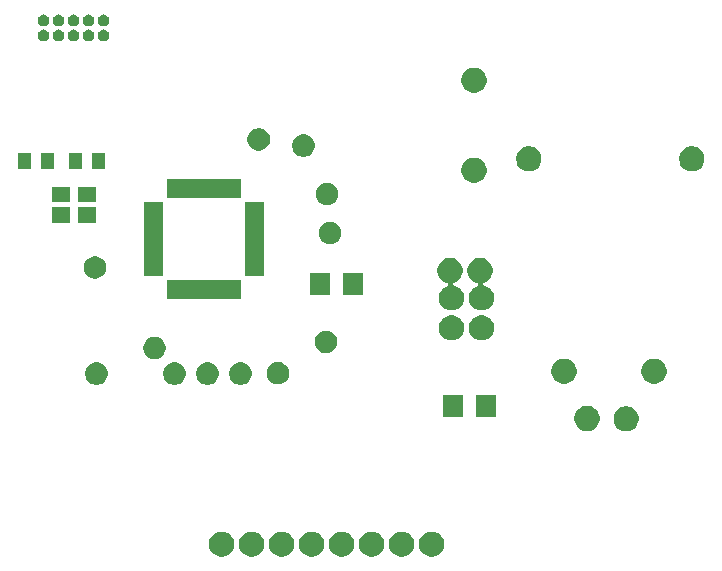
<source format=gbr>
G04 #@! TF.GenerationSoftware,KiCad,Pcbnew,(5.0.2)-1*
G04 #@! TF.CreationDate,2018-12-26T19:39:10+05:30*
G04 #@! TF.ProjectId,Air Pollution,41697220-506f-46c6-9c75-74696f6e2e6b,rev?*
G04 #@! TF.SameCoordinates,Original*
G04 #@! TF.FileFunction,Soldermask,Bot*
G04 #@! TF.FilePolarity,Negative*
%FSLAX46Y46*%
G04 Gerber Fmt 4.6, Leading zero omitted, Abs format (unit mm)*
G04 Created by KiCad (PCBNEW (5.0.2)-1) date 12/26/2018 7:39:10 PM*
%MOMM*%
%LPD*%
G01*
G04 APERTURE LIST*
%ADD10C,0.100000*%
G04 APERTURE END LIST*
D10*
G36*
X143156399Y-106952158D02*
X143351308Y-107032891D01*
X143526726Y-107150102D01*
X143675898Y-107299274D01*
X143793109Y-107474692D01*
X143873842Y-107669601D01*
X143915000Y-107876515D01*
X143915000Y-108087485D01*
X143873842Y-108294399D01*
X143793109Y-108489308D01*
X143675898Y-108664726D01*
X143526726Y-108813898D01*
X143351308Y-108931109D01*
X143156399Y-109011842D01*
X142949485Y-109053000D01*
X142738515Y-109053000D01*
X142531601Y-109011842D01*
X142336692Y-108931109D01*
X142161274Y-108813898D01*
X142012102Y-108664726D01*
X141894891Y-108489308D01*
X141814158Y-108294399D01*
X141773000Y-108087485D01*
X141773000Y-107876515D01*
X141814158Y-107669601D01*
X141894891Y-107474692D01*
X142012102Y-107299274D01*
X142161274Y-107150102D01*
X142336692Y-107032891D01*
X142531601Y-106952158D01*
X142738515Y-106911000D01*
X142949485Y-106911000D01*
X143156399Y-106952158D01*
X143156399Y-106952158D01*
G37*
G36*
X140616399Y-106952158D02*
X140811308Y-107032891D01*
X140986726Y-107150102D01*
X141135898Y-107299274D01*
X141253109Y-107474692D01*
X141333842Y-107669601D01*
X141375000Y-107876515D01*
X141375000Y-108087485D01*
X141333842Y-108294399D01*
X141253109Y-108489308D01*
X141135898Y-108664726D01*
X140986726Y-108813898D01*
X140811308Y-108931109D01*
X140616399Y-109011842D01*
X140409485Y-109053000D01*
X140198515Y-109053000D01*
X139991601Y-109011842D01*
X139796692Y-108931109D01*
X139621274Y-108813898D01*
X139472102Y-108664726D01*
X139354891Y-108489308D01*
X139274158Y-108294399D01*
X139233000Y-108087485D01*
X139233000Y-107876515D01*
X139274158Y-107669601D01*
X139354891Y-107474692D01*
X139472102Y-107299274D01*
X139621274Y-107150102D01*
X139796692Y-107032891D01*
X139991601Y-106952158D01*
X140198515Y-106911000D01*
X140409485Y-106911000D01*
X140616399Y-106952158D01*
X140616399Y-106952158D01*
G37*
G36*
X125376399Y-106952158D02*
X125571308Y-107032891D01*
X125746726Y-107150102D01*
X125895898Y-107299274D01*
X126013109Y-107474692D01*
X126093842Y-107669601D01*
X126135000Y-107876515D01*
X126135000Y-108087485D01*
X126093842Y-108294399D01*
X126013109Y-108489308D01*
X125895898Y-108664726D01*
X125746726Y-108813898D01*
X125571308Y-108931109D01*
X125376399Y-109011842D01*
X125169485Y-109053000D01*
X124958515Y-109053000D01*
X124751601Y-109011842D01*
X124556692Y-108931109D01*
X124381274Y-108813898D01*
X124232102Y-108664726D01*
X124114891Y-108489308D01*
X124034158Y-108294399D01*
X123993000Y-108087485D01*
X123993000Y-107876515D01*
X124034158Y-107669601D01*
X124114891Y-107474692D01*
X124232102Y-107299274D01*
X124381274Y-107150102D01*
X124556692Y-107032891D01*
X124751601Y-106952158D01*
X124958515Y-106911000D01*
X125169485Y-106911000D01*
X125376399Y-106952158D01*
X125376399Y-106952158D01*
G37*
G36*
X127916399Y-106952158D02*
X128111308Y-107032891D01*
X128286726Y-107150102D01*
X128435898Y-107299274D01*
X128553109Y-107474692D01*
X128633842Y-107669601D01*
X128675000Y-107876515D01*
X128675000Y-108087485D01*
X128633842Y-108294399D01*
X128553109Y-108489308D01*
X128435898Y-108664726D01*
X128286726Y-108813898D01*
X128111308Y-108931109D01*
X127916399Y-109011842D01*
X127709485Y-109053000D01*
X127498515Y-109053000D01*
X127291601Y-109011842D01*
X127096692Y-108931109D01*
X126921274Y-108813898D01*
X126772102Y-108664726D01*
X126654891Y-108489308D01*
X126574158Y-108294399D01*
X126533000Y-108087485D01*
X126533000Y-107876515D01*
X126574158Y-107669601D01*
X126654891Y-107474692D01*
X126772102Y-107299274D01*
X126921274Y-107150102D01*
X127096692Y-107032891D01*
X127291601Y-106952158D01*
X127498515Y-106911000D01*
X127709485Y-106911000D01*
X127916399Y-106952158D01*
X127916399Y-106952158D01*
G37*
G36*
X130456399Y-106952158D02*
X130651308Y-107032891D01*
X130826726Y-107150102D01*
X130975898Y-107299274D01*
X131093109Y-107474692D01*
X131173842Y-107669601D01*
X131215000Y-107876515D01*
X131215000Y-108087485D01*
X131173842Y-108294399D01*
X131093109Y-108489308D01*
X130975898Y-108664726D01*
X130826726Y-108813898D01*
X130651308Y-108931109D01*
X130456399Y-109011842D01*
X130249485Y-109053000D01*
X130038515Y-109053000D01*
X129831601Y-109011842D01*
X129636692Y-108931109D01*
X129461274Y-108813898D01*
X129312102Y-108664726D01*
X129194891Y-108489308D01*
X129114158Y-108294399D01*
X129073000Y-108087485D01*
X129073000Y-107876515D01*
X129114158Y-107669601D01*
X129194891Y-107474692D01*
X129312102Y-107299274D01*
X129461274Y-107150102D01*
X129636692Y-107032891D01*
X129831601Y-106952158D01*
X130038515Y-106911000D01*
X130249485Y-106911000D01*
X130456399Y-106952158D01*
X130456399Y-106952158D01*
G37*
G36*
X135536399Y-106952158D02*
X135731308Y-107032891D01*
X135906726Y-107150102D01*
X136055898Y-107299274D01*
X136173109Y-107474692D01*
X136253842Y-107669601D01*
X136295000Y-107876515D01*
X136295000Y-108087485D01*
X136253842Y-108294399D01*
X136173109Y-108489308D01*
X136055898Y-108664726D01*
X135906726Y-108813898D01*
X135731308Y-108931109D01*
X135536399Y-109011842D01*
X135329485Y-109053000D01*
X135118515Y-109053000D01*
X134911601Y-109011842D01*
X134716692Y-108931109D01*
X134541274Y-108813898D01*
X134392102Y-108664726D01*
X134274891Y-108489308D01*
X134194158Y-108294399D01*
X134153000Y-108087485D01*
X134153000Y-107876515D01*
X134194158Y-107669601D01*
X134274891Y-107474692D01*
X134392102Y-107299274D01*
X134541274Y-107150102D01*
X134716692Y-107032891D01*
X134911601Y-106952158D01*
X135118515Y-106911000D01*
X135329485Y-106911000D01*
X135536399Y-106952158D01*
X135536399Y-106952158D01*
G37*
G36*
X138076399Y-106952158D02*
X138271308Y-107032891D01*
X138446726Y-107150102D01*
X138595898Y-107299274D01*
X138713109Y-107474692D01*
X138793842Y-107669601D01*
X138835000Y-107876515D01*
X138835000Y-108087485D01*
X138793842Y-108294399D01*
X138713109Y-108489308D01*
X138595898Y-108664726D01*
X138446726Y-108813898D01*
X138271308Y-108931109D01*
X138076399Y-109011842D01*
X137869485Y-109053000D01*
X137658515Y-109053000D01*
X137451601Y-109011842D01*
X137256692Y-108931109D01*
X137081274Y-108813898D01*
X136932102Y-108664726D01*
X136814891Y-108489308D01*
X136734158Y-108294399D01*
X136693000Y-108087485D01*
X136693000Y-107876515D01*
X136734158Y-107669601D01*
X136814891Y-107474692D01*
X136932102Y-107299274D01*
X137081274Y-107150102D01*
X137256692Y-107032891D01*
X137451601Y-106952158D01*
X137658515Y-106911000D01*
X137869485Y-106911000D01*
X138076399Y-106952158D01*
X138076399Y-106952158D01*
G37*
G36*
X132996399Y-106952158D02*
X133191308Y-107032891D01*
X133366726Y-107150102D01*
X133515898Y-107299274D01*
X133633109Y-107474692D01*
X133713842Y-107669601D01*
X133755000Y-107876515D01*
X133755000Y-108087485D01*
X133713842Y-108294399D01*
X133633109Y-108489308D01*
X133515898Y-108664726D01*
X133366726Y-108813898D01*
X133191308Y-108931109D01*
X132996399Y-109011842D01*
X132789485Y-109053000D01*
X132578515Y-109053000D01*
X132371601Y-109011842D01*
X132176692Y-108931109D01*
X132001274Y-108813898D01*
X131852102Y-108664726D01*
X131734891Y-108489308D01*
X131654158Y-108294399D01*
X131613000Y-108087485D01*
X131613000Y-107876515D01*
X131654158Y-107669601D01*
X131734891Y-107474692D01*
X131852102Y-107299274D01*
X132001274Y-107150102D01*
X132176692Y-107032891D01*
X132371601Y-106952158D01*
X132578515Y-106911000D01*
X132789485Y-106911000D01*
X132996399Y-106952158D01*
X132996399Y-106952158D01*
G37*
G36*
X159633899Y-96328358D02*
X159828808Y-96409091D01*
X160004226Y-96526302D01*
X160153398Y-96675474D01*
X160270609Y-96850892D01*
X160351342Y-97045801D01*
X160392500Y-97252715D01*
X160392500Y-97463685D01*
X160351342Y-97670599D01*
X160270609Y-97865508D01*
X160153398Y-98040926D01*
X160004226Y-98190098D01*
X159828808Y-98307309D01*
X159633899Y-98388042D01*
X159426985Y-98429200D01*
X159216015Y-98429200D01*
X159009101Y-98388042D01*
X158814192Y-98307309D01*
X158638774Y-98190098D01*
X158489602Y-98040926D01*
X158372391Y-97865508D01*
X158291658Y-97670599D01*
X158250500Y-97463685D01*
X158250500Y-97252715D01*
X158291658Y-97045801D01*
X158372391Y-96850892D01*
X158489602Y-96675474D01*
X158638774Y-96526302D01*
X158814192Y-96409091D01*
X159009101Y-96328358D01*
X159216015Y-96287200D01*
X159426985Y-96287200D01*
X159633899Y-96328358D01*
X159633899Y-96328358D01*
G37*
G36*
X156319199Y-96302958D02*
X156514108Y-96383691D01*
X156689526Y-96500902D01*
X156838698Y-96650074D01*
X156955909Y-96825492D01*
X157036642Y-97020401D01*
X157077800Y-97227315D01*
X157077800Y-97438285D01*
X157036642Y-97645199D01*
X156955909Y-97840108D01*
X156838698Y-98015526D01*
X156689526Y-98164698D01*
X156514108Y-98281909D01*
X156319199Y-98362642D01*
X156112285Y-98403800D01*
X155901315Y-98403800D01*
X155694401Y-98362642D01*
X155499492Y-98281909D01*
X155324074Y-98164698D01*
X155174902Y-98015526D01*
X155057691Y-97840108D01*
X154976958Y-97645199D01*
X154935800Y-97438285D01*
X154935800Y-97227315D01*
X154976958Y-97020401D01*
X155057691Y-96825492D01*
X155174902Y-96650074D01*
X155324074Y-96500902D01*
X155499492Y-96383691D01*
X155694401Y-96302958D01*
X155901315Y-96261800D01*
X156112285Y-96261800D01*
X156319199Y-96302958D01*
X156319199Y-96302958D01*
G37*
G36*
X148301000Y-97217000D02*
X146599000Y-97217000D01*
X146599000Y-95315000D01*
X148301000Y-95315000D01*
X148301000Y-97217000D01*
X148301000Y-97217000D01*
G37*
G36*
X145501000Y-97217000D02*
X143799000Y-97217000D01*
X143799000Y-95315000D01*
X145501000Y-95315000D01*
X145501000Y-97217000D01*
X145501000Y-97217000D01*
G37*
G36*
X126931249Y-92627036D02*
X127104319Y-92698724D01*
X127260083Y-92802802D01*
X127392541Y-92935260D01*
X127496619Y-93091024D01*
X127568307Y-93264094D01*
X127604853Y-93447823D01*
X127604853Y-93635157D01*
X127568307Y-93818886D01*
X127496619Y-93991956D01*
X127392541Y-94147720D01*
X127260083Y-94280178D01*
X127104319Y-94384256D01*
X126931249Y-94455944D01*
X126747520Y-94492490D01*
X126560186Y-94492490D01*
X126376457Y-94455944D01*
X126203387Y-94384256D01*
X126047623Y-94280178D01*
X125915165Y-94147720D01*
X125811087Y-93991956D01*
X125739399Y-93818886D01*
X125702853Y-93635157D01*
X125702853Y-93447823D01*
X125739399Y-93264094D01*
X125811087Y-93091024D01*
X125915165Y-92935260D01*
X126047623Y-92802802D01*
X126203387Y-92698724D01*
X126376457Y-92627036D01*
X126560186Y-92590490D01*
X126747520Y-92590490D01*
X126931249Y-92627036D01*
X126931249Y-92627036D01*
G37*
G36*
X124137249Y-92627036D02*
X124310319Y-92698724D01*
X124466083Y-92802802D01*
X124598541Y-92935260D01*
X124702619Y-93091024D01*
X124774307Y-93264094D01*
X124810853Y-93447823D01*
X124810853Y-93635157D01*
X124774307Y-93818886D01*
X124702619Y-93991956D01*
X124598541Y-94147720D01*
X124466083Y-94280178D01*
X124310319Y-94384256D01*
X124137249Y-94455944D01*
X123953520Y-94492490D01*
X123766186Y-94492490D01*
X123582457Y-94455944D01*
X123409387Y-94384256D01*
X123253623Y-94280178D01*
X123121165Y-94147720D01*
X123017087Y-93991956D01*
X122945399Y-93818886D01*
X122908853Y-93635157D01*
X122908853Y-93447823D01*
X122945399Y-93264094D01*
X123017087Y-93091024D01*
X123121165Y-92935260D01*
X123253623Y-92802802D01*
X123409387Y-92698724D01*
X123582457Y-92627036D01*
X123766186Y-92590490D01*
X123953520Y-92590490D01*
X124137249Y-92627036D01*
X124137249Y-92627036D01*
G37*
G36*
X121343249Y-92627036D02*
X121516319Y-92698724D01*
X121672083Y-92802802D01*
X121804541Y-92935260D01*
X121908619Y-93091024D01*
X121980307Y-93264094D01*
X122016853Y-93447823D01*
X122016853Y-93635157D01*
X121980307Y-93818886D01*
X121908619Y-93991956D01*
X121804541Y-94147720D01*
X121672083Y-94280178D01*
X121516319Y-94384256D01*
X121343249Y-94455944D01*
X121159520Y-94492490D01*
X120972186Y-94492490D01*
X120788457Y-94455944D01*
X120615387Y-94384256D01*
X120459623Y-94280178D01*
X120327165Y-94147720D01*
X120223087Y-93991956D01*
X120151399Y-93818886D01*
X120114853Y-93635157D01*
X120114853Y-93447823D01*
X120151399Y-93264094D01*
X120223087Y-93091024D01*
X120327165Y-92935260D01*
X120459623Y-92802802D01*
X120615387Y-92698724D01*
X120788457Y-92627036D01*
X120972186Y-92590490D01*
X121159520Y-92590490D01*
X121343249Y-92627036D01*
X121343249Y-92627036D01*
G37*
G36*
X114739249Y-92627036D02*
X114912319Y-92698724D01*
X115068083Y-92802802D01*
X115200541Y-92935260D01*
X115304619Y-93091024D01*
X115376307Y-93264094D01*
X115412853Y-93447823D01*
X115412853Y-93635157D01*
X115376307Y-93818886D01*
X115304619Y-93991956D01*
X115200541Y-94147720D01*
X115068083Y-94280178D01*
X114912319Y-94384256D01*
X114739249Y-94455944D01*
X114555520Y-94492490D01*
X114368186Y-94492490D01*
X114184457Y-94455944D01*
X114011387Y-94384256D01*
X113855623Y-94280178D01*
X113723165Y-94147720D01*
X113619087Y-93991956D01*
X113547399Y-93818886D01*
X113510853Y-93635157D01*
X113510853Y-93447823D01*
X113547399Y-93264094D01*
X113619087Y-93091024D01*
X113723165Y-92935260D01*
X113855623Y-92802802D01*
X114011387Y-92698724D01*
X114184457Y-92627036D01*
X114368186Y-92590490D01*
X114555520Y-92590490D01*
X114739249Y-92627036D01*
X114739249Y-92627036D01*
G37*
G36*
X130096796Y-92595646D02*
X130269866Y-92667334D01*
X130425630Y-92771412D01*
X130558088Y-92903870D01*
X130662166Y-93059634D01*
X130733854Y-93232704D01*
X130770400Y-93416433D01*
X130770400Y-93603767D01*
X130733854Y-93787496D01*
X130662166Y-93960566D01*
X130558088Y-94116330D01*
X130425630Y-94248788D01*
X130269866Y-94352866D01*
X130096796Y-94424554D01*
X129913067Y-94461100D01*
X129725733Y-94461100D01*
X129542004Y-94424554D01*
X129368934Y-94352866D01*
X129213170Y-94248788D01*
X129080712Y-94116330D01*
X128976634Y-93960566D01*
X128904946Y-93787496D01*
X128868400Y-93603767D01*
X128868400Y-93416433D01*
X128904946Y-93232704D01*
X128976634Y-93059634D01*
X129080712Y-92903870D01*
X129213170Y-92771412D01*
X129368934Y-92667334D01*
X129542004Y-92595646D01*
X129725733Y-92559100D01*
X129913067Y-92559100D01*
X130096796Y-92595646D01*
X130096796Y-92595646D01*
G37*
G36*
X154363399Y-92315158D02*
X154558308Y-92395891D01*
X154733726Y-92513102D01*
X154882898Y-92662274D01*
X155000109Y-92837692D01*
X155080842Y-93032601D01*
X155122000Y-93239515D01*
X155122000Y-93450485D01*
X155080842Y-93657399D01*
X155000109Y-93852308D01*
X154882898Y-94027726D01*
X154733726Y-94176898D01*
X154558308Y-94294109D01*
X154363399Y-94374842D01*
X154156485Y-94416000D01*
X153945515Y-94416000D01*
X153738601Y-94374842D01*
X153543692Y-94294109D01*
X153368274Y-94176898D01*
X153219102Y-94027726D01*
X153101891Y-93852308D01*
X153021158Y-93657399D01*
X152980000Y-93450485D01*
X152980000Y-93239515D01*
X153021158Y-93032601D01*
X153101891Y-92837692D01*
X153219102Y-92662274D01*
X153368274Y-92513102D01*
X153543692Y-92395891D01*
X153738601Y-92315158D01*
X153945515Y-92274000D01*
X154156485Y-92274000D01*
X154363399Y-92315158D01*
X154363399Y-92315158D01*
G37*
G36*
X161983399Y-92315158D02*
X162178308Y-92395891D01*
X162353726Y-92513102D01*
X162502898Y-92662274D01*
X162620109Y-92837692D01*
X162700842Y-93032601D01*
X162742000Y-93239515D01*
X162742000Y-93450485D01*
X162700842Y-93657399D01*
X162620109Y-93852308D01*
X162502898Y-94027726D01*
X162353726Y-94176898D01*
X162178308Y-94294109D01*
X161983399Y-94374842D01*
X161776485Y-94416000D01*
X161565515Y-94416000D01*
X161358601Y-94374842D01*
X161163692Y-94294109D01*
X160988274Y-94176898D01*
X160839102Y-94027726D01*
X160721891Y-93852308D01*
X160641158Y-93657399D01*
X160600000Y-93450485D01*
X160600000Y-93239515D01*
X160641158Y-93032601D01*
X160721891Y-92837692D01*
X160839102Y-92662274D01*
X160988274Y-92513102D01*
X161163692Y-92395891D01*
X161358601Y-92315158D01*
X161565515Y-92274000D01*
X161776485Y-92274000D01*
X161983399Y-92315158D01*
X161983399Y-92315158D01*
G37*
G36*
X119657396Y-90474746D02*
X119830466Y-90546434D01*
X119986230Y-90650512D01*
X120118688Y-90782970D01*
X120222766Y-90938734D01*
X120294454Y-91111804D01*
X120331000Y-91295533D01*
X120331000Y-91482867D01*
X120294454Y-91666596D01*
X120222766Y-91839666D01*
X120118688Y-91995430D01*
X119986230Y-92127888D01*
X119830466Y-92231966D01*
X119657396Y-92303654D01*
X119473667Y-92340200D01*
X119286333Y-92340200D01*
X119102604Y-92303654D01*
X118929534Y-92231966D01*
X118773770Y-92127888D01*
X118641312Y-91995430D01*
X118537234Y-91839666D01*
X118465546Y-91666596D01*
X118429000Y-91482867D01*
X118429000Y-91295533D01*
X118465546Y-91111804D01*
X118537234Y-90938734D01*
X118641312Y-90782970D01*
X118773770Y-90650512D01*
X118929534Y-90546434D01*
X119102604Y-90474746D01*
X119286333Y-90438200D01*
X119473667Y-90438200D01*
X119657396Y-90474746D01*
X119657396Y-90474746D01*
G37*
G36*
X134160796Y-89928646D02*
X134333866Y-90000334D01*
X134489630Y-90104412D01*
X134622088Y-90236870D01*
X134726166Y-90392634D01*
X134797854Y-90565704D01*
X134834400Y-90749433D01*
X134834400Y-90936767D01*
X134797854Y-91120496D01*
X134726166Y-91293566D01*
X134622088Y-91449330D01*
X134489630Y-91581788D01*
X134333866Y-91685866D01*
X134160796Y-91757554D01*
X133977067Y-91794100D01*
X133789733Y-91794100D01*
X133606004Y-91757554D01*
X133432934Y-91685866D01*
X133277170Y-91581788D01*
X133144712Y-91449330D01*
X133040634Y-91293566D01*
X132968946Y-91120496D01*
X132932400Y-90936767D01*
X132932400Y-90749433D01*
X132968946Y-90565704D01*
X133040634Y-90392634D01*
X133144712Y-90236870D01*
X133277170Y-90104412D01*
X133432934Y-90000334D01*
X133606004Y-89928646D01*
X133789733Y-89892100D01*
X133977067Y-89892100D01*
X134160796Y-89928646D01*
X134160796Y-89928646D01*
G37*
G36*
X147378399Y-88632158D02*
X147573308Y-88712891D01*
X147748726Y-88830102D01*
X147897898Y-88979274D01*
X148015109Y-89154692D01*
X148095842Y-89349601D01*
X148137000Y-89556515D01*
X148137000Y-89767485D01*
X148095842Y-89974399D01*
X148015109Y-90169308D01*
X147897898Y-90344726D01*
X147748726Y-90493898D01*
X147573308Y-90611109D01*
X147378399Y-90691842D01*
X147171485Y-90733000D01*
X146960515Y-90733000D01*
X146753601Y-90691842D01*
X146558692Y-90611109D01*
X146383274Y-90493898D01*
X146234102Y-90344726D01*
X146116891Y-90169308D01*
X146036158Y-89974399D01*
X145995000Y-89767485D01*
X145995000Y-89556515D01*
X146036158Y-89349601D01*
X146116891Y-89154692D01*
X146234102Y-88979274D01*
X146383274Y-88830102D01*
X146558692Y-88712891D01*
X146753601Y-88632158D01*
X146960515Y-88591000D01*
X147171485Y-88591000D01*
X147378399Y-88632158D01*
X147378399Y-88632158D01*
G37*
G36*
X144838399Y-88632158D02*
X145033308Y-88712891D01*
X145208726Y-88830102D01*
X145357898Y-88979274D01*
X145475109Y-89154692D01*
X145555842Y-89349601D01*
X145597000Y-89556515D01*
X145597000Y-89767485D01*
X145555842Y-89974399D01*
X145475109Y-90169308D01*
X145357898Y-90344726D01*
X145208726Y-90493898D01*
X145033308Y-90611109D01*
X144838399Y-90691842D01*
X144631485Y-90733000D01*
X144420515Y-90733000D01*
X144213601Y-90691842D01*
X144018692Y-90611109D01*
X143843274Y-90493898D01*
X143694102Y-90344726D01*
X143576891Y-90169308D01*
X143496158Y-89974399D01*
X143455000Y-89767485D01*
X143455000Y-89556515D01*
X143496158Y-89349601D01*
X143576891Y-89154692D01*
X143694102Y-88979274D01*
X143843274Y-88830102D01*
X144018692Y-88712891D01*
X144213601Y-88632158D01*
X144420515Y-88591000D01*
X144631485Y-88591000D01*
X144838399Y-88632158D01*
X144838399Y-88632158D01*
G37*
G36*
X144711399Y-83792058D02*
X144906308Y-83872791D01*
X145081726Y-83990002D01*
X145230898Y-84139174D01*
X145348109Y-84314592D01*
X145428842Y-84509501D01*
X145470000Y-84716415D01*
X145470000Y-84927385D01*
X145428842Y-85134299D01*
X145348109Y-85329208D01*
X145230898Y-85504626D01*
X145081726Y-85653798D01*
X144906308Y-85771009D01*
X144741188Y-85839403D01*
X144719577Y-85850954D01*
X144700635Y-85866499D01*
X144685090Y-85885441D01*
X144673538Y-85907052D01*
X144666425Y-85930501D01*
X144664023Y-85954888D01*
X144666425Y-85979274D01*
X144673538Y-86002723D01*
X144685089Y-86024334D01*
X144700634Y-86043276D01*
X144719576Y-86058821D01*
X144741187Y-86070373D01*
X144764635Y-86077485D01*
X144838399Y-86092158D01*
X145033308Y-86172891D01*
X145208726Y-86290102D01*
X145357898Y-86439274D01*
X145475109Y-86614692D01*
X145555842Y-86809601D01*
X145597000Y-87016515D01*
X145597000Y-87227485D01*
X145555842Y-87434399D01*
X145475109Y-87629308D01*
X145357898Y-87804726D01*
X145208726Y-87953898D01*
X145033308Y-88071109D01*
X144838399Y-88151842D01*
X144631485Y-88193000D01*
X144420515Y-88193000D01*
X144213601Y-88151842D01*
X144018692Y-88071109D01*
X143843274Y-87953898D01*
X143694102Y-87804726D01*
X143576891Y-87629308D01*
X143496158Y-87434399D01*
X143455000Y-87227485D01*
X143455000Y-87016515D01*
X143496158Y-86809601D01*
X143576891Y-86614692D01*
X143694102Y-86439274D01*
X143843274Y-86290102D01*
X144018692Y-86172891D01*
X144183812Y-86104497D01*
X144205423Y-86092946D01*
X144224365Y-86077401D01*
X144239910Y-86058459D01*
X144251462Y-86036848D01*
X144258575Y-86013399D01*
X144260977Y-85989012D01*
X144258575Y-85964626D01*
X144251462Y-85941177D01*
X144239911Y-85919566D01*
X144224366Y-85900624D01*
X144205424Y-85885079D01*
X144183813Y-85873527D01*
X144160365Y-85866415D01*
X144086601Y-85851742D01*
X144056812Y-85839403D01*
X143891692Y-85771009D01*
X143716274Y-85653798D01*
X143567102Y-85504626D01*
X143449891Y-85329208D01*
X143369158Y-85134299D01*
X143328000Y-84927385D01*
X143328000Y-84716415D01*
X143369158Y-84509501D01*
X143449891Y-84314592D01*
X143567102Y-84139174D01*
X143716274Y-83990002D01*
X143891692Y-83872791D01*
X144086601Y-83792058D01*
X144293515Y-83750900D01*
X144504485Y-83750900D01*
X144711399Y-83792058D01*
X144711399Y-83792058D01*
G37*
G36*
X147251399Y-83792058D02*
X147446308Y-83872791D01*
X147621726Y-83990002D01*
X147770898Y-84139174D01*
X147888109Y-84314592D01*
X147968842Y-84509501D01*
X148010000Y-84716415D01*
X148010000Y-84927385D01*
X147968842Y-85134299D01*
X147888109Y-85329208D01*
X147770898Y-85504626D01*
X147621726Y-85653798D01*
X147446308Y-85771009D01*
X147281188Y-85839403D01*
X147259577Y-85850954D01*
X147240635Y-85866499D01*
X147225090Y-85885441D01*
X147213538Y-85907052D01*
X147206425Y-85930501D01*
X147204023Y-85954888D01*
X147206425Y-85979274D01*
X147213538Y-86002723D01*
X147225089Y-86024334D01*
X147240634Y-86043276D01*
X147259576Y-86058821D01*
X147281187Y-86070373D01*
X147304635Y-86077485D01*
X147378399Y-86092158D01*
X147573308Y-86172891D01*
X147748726Y-86290102D01*
X147897898Y-86439274D01*
X148015109Y-86614692D01*
X148095842Y-86809601D01*
X148137000Y-87016515D01*
X148137000Y-87227485D01*
X148095842Y-87434399D01*
X148015109Y-87629308D01*
X147897898Y-87804726D01*
X147748726Y-87953898D01*
X147573308Y-88071109D01*
X147378399Y-88151842D01*
X147171485Y-88193000D01*
X146960515Y-88193000D01*
X146753601Y-88151842D01*
X146558692Y-88071109D01*
X146383274Y-87953898D01*
X146234102Y-87804726D01*
X146116891Y-87629308D01*
X146036158Y-87434399D01*
X145995000Y-87227485D01*
X145995000Y-87016515D01*
X146036158Y-86809601D01*
X146116891Y-86614692D01*
X146234102Y-86439274D01*
X146383274Y-86290102D01*
X146558692Y-86172891D01*
X146723812Y-86104497D01*
X146745423Y-86092946D01*
X146764365Y-86077401D01*
X146779910Y-86058459D01*
X146791462Y-86036848D01*
X146798575Y-86013399D01*
X146800977Y-85989012D01*
X146798575Y-85964626D01*
X146791462Y-85941177D01*
X146779911Y-85919566D01*
X146764366Y-85900624D01*
X146745424Y-85885079D01*
X146723813Y-85873527D01*
X146700365Y-85866415D01*
X146626601Y-85851742D01*
X146596812Y-85839403D01*
X146431692Y-85771009D01*
X146256274Y-85653798D01*
X146107102Y-85504626D01*
X145989891Y-85329208D01*
X145909158Y-85134299D01*
X145868000Y-84927385D01*
X145868000Y-84716415D01*
X145909158Y-84509501D01*
X145989891Y-84314592D01*
X146107102Y-84139174D01*
X146256274Y-83990002D01*
X146431692Y-83872791D01*
X146626601Y-83792058D01*
X146833515Y-83750900D01*
X147044485Y-83750900D01*
X147251399Y-83792058D01*
X147251399Y-83792058D01*
G37*
G36*
X126706453Y-87237890D02*
X120454453Y-87237890D01*
X120454453Y-85635890D01*
X126706453Y-85635890D01*
X126706453Y-87237890D01*
X126706453Y-87237890D01*
G37*
G36*
X137007453Y-86897890D02*
X135305453Y-86897890D01*
X135305453Y-84995890D01*
X137007453Y-84995890D01*
X137007453Y-86897890D01*
X137007453Y-86897890D01*
G37*
G36*
X134207453Y-86897890D02*
X132505453Y-86897890D01*
X132505453Y-84995890D01*
X134207453Y-84995890D01*
X134207453Y-86897890D01*
X134207453Y-86897890D01*
G37*
G36*
X114602796Y-83642146D02*
X114775866Y-83713834D01*
X114931630Y-83817912D01*
X115064088Y-83950370D01*
X115168166Y-84106134D01*
X115239854Y-84279204D01*
X115276400Y-84462933D01*
X115276400Y-84650267D01*
X115239854Y-84833996D01*
X115168166Y-85007066D01*
X115064088Y-85162830D01*
X114931630Y-85295288D01*
X114775866Y-85399366D01*
X114602796Y-85471054D01*
X114419067Y-85507600D01*
X114231733Y-85507600D01*
X114048004Y-85471054D01*
X113874934Y-85399366D01*
X113719170Y-85295288D01*
X113586712Y-85162830D01*
X113482634Y-85007066D01*
X113410946Y-84833996D01*
X113374400Y-84650267D01*
X113374400Y-84462933D01*
X113410946Y-84279204D01*
X113482634Y-84106134D01*
X113586712Y-83950370D01*
X113719170Y-83817912D01*
X113874934Y-83713834D01*
X114048004Y-83642146D01*
X114231733Y-83605600D01*
X114419067Y-83605600D01*
X114602796Y-83642146D01*
X114602796Y-83642146D01*
G37*
G36*
X128681453Y-85262890D02*
X127079453Y-85262890D01*
X127079453Y-79010890D01*
X128681453Y-79010890D01*
X128681453Y-85262890D01*
X128681453Y-85262890D01*
G37*
G36*
X120081453Y-85262890D02*
X118479453Y-85262890D01*
X118479453Y-79010890D01*
X120081453Y-79010890D01*
X120081453Y-85262890D01*
X120081453Y-85262890D01*
G37*
G36*
X134525849Y-80714436D02*
X134698919Y-80786124D01*
X134854683Y-80890202D01*
X134987141Y-81022660D01*
X135091219Y-81178424D01*
X135162907Y-81351494D01*
X135199453Y-81535223D01*
X135199453Y-81722557D01*
X135162907Y-81906286D01*
X135091219Y-82079356D01*
X134987141Y-82235120D01*
X134854683Y-82367578D01*
X134698919Y-82471656D01*
X134525849Y-82543344D01*
X134342120Y-82579890D01*
X134154786Y-82579890D01*
X133971057Y-82543344D01*
X133797987Y-82471656D01*
X133642223Y-82367578D01*
X133509765Y-82235120D01*
X133405687Y-82079356D01*
X133333999Y-81906286D01*
X133297453Y-81722557D01*
X133297453Y-81535223D01*
X133333999Y-81351494D01*
X133405687Y-81178424D01*
X133509765Y-81022660D01*
X133642223Y-80890202D01*
X133797987Y-80786124D01*
X133971057Y-80714436D01*
X134154786Y-80677890D01*
X134342120Y-80677890D01*
X134525849Y-80714436D01*
X134525849Y-80714436D01*
G37*
G36*
X112223800Y-80749000D02*
X110721800Y-80749000D01*
X110721800Y-79447000D01*
X112223800Y-79447000D01*
X112223800Y-80749000D01*
X112223800Y-80749000D01*
G37*
G36*
X114423800Y-80749000D02*
X112921800Y-80749000D01*
X112921800Y-79447000D01*
X114423800Y-79447000D01*
X114423800Y-80749000D01*
X114423800Y-80749000D01*
G37*
G36*
X134271849Y-77412436D02*
X134444919Y-77484124D01*
X134600683Y-77588202D01*
X134733141Y-77720660D01*
X134837219Y-77876424D01*
X134908907Y-78049494D01*
X134945453Y-78233223D01*
X134945453Y-78420557D01*
X134908907Y-78604286D01*
X134837219Y-78777356D01*
X134733141Y-78933120D01*
X134600683Y-79065578D01*
X134444919Y-79169656D01*
X134271849Y-79241344D01*
X134088120Y-79277890D01*
X133900786Y-79277890D01*
X133717057Y-79241344D01*
X133543987Y-79169656D01*
X133388223Y-79065578D01*
X133255765Y-78933120D01*
X133151687Y-78777356D01*
X133079999Y-78604286D01*
X133043453Y-78420557D01*
X133043453Y-78233223D01*
X133079999Y-78049494D01*
X133151687Y-77876424D01*
X133255765Y-77720660D01*
X133388223Y-77588202D01*
X133543987Y-77484124D01*
X133717057Y-77412436D01*
X133900786Y-77375890D01*
X134088120Y-77375890D01*
X134271849Y-77412436D01*
X134271849Y-77412436D01*
G37*
G36*
X112223800Y-79049000D02*
X110721800Y-79049000D01*
X110721800Y-77747000D01*
X112223800Y-77747000D01*
X112223800Y-79049000D01*
X112223800Y-79049000D01*
G37*
G36*
X114423800Y-79049000D02*
X112921800Y-79049000D01*
X112921800Y-77747000D01*
X114423800Y-77747000D01*
X114423800Y-79049000D01*
X114423800Y-79049000D01*
G37*
G36*
X126706453Y-78637890D02*
X120454453Y-78637890D01*
X120454453Y-77035890D01*
X126706453Y-77035890D01*
X126706453Y-78637890D01*
X126706453Y-78637890D01*
G37*
G36*
X146743399Y-75297158D02*
X146938308Y-75377891D01*
X147113726Y-75495102D01*
X147262898Y-75644274D01*
X147380109Y-75819692D01*
X147460842Y-76014601D01*
X147502000Y-76221515D01*
X147502000Y-76432485D01*
X147460842Y-76639399D01*
X147380109Y-76834308D01*
X147262898Y-77009726D01*
X147113726Y-77158898D01*
X146938308Y-77276109D01*
X146743399Y-77356842D01*
X146536485Y-77398000D01*
X146325515Y-77398000D01*
X146118601Y-77356842D01*
X145923692Y-77276109D01*
X145748274Y-77158898D01*
X145599102Y-77009726D01*
X145481891Y-76834308D01*
X145401158Y-76639399D01*
X145360000Y-76432485D01*
X145360000Y-76221515D01*
X145401158Y-76014601D01*
X145481891Y-75819692D01*
X145599102Y-75644274D01*
X145748274Y-75495102D01*
X145923692Y-75377891D01*
X146118601Y-75297158D01*
X146325515Y-75256000D01*
X146536485Y-75256000D01*
X146743399Y-75297158D01*
X146743399Y-75297158D01*
G37*
G36*
X151373399Y-74315158D02*
X151568308Y-74395891D01*
X151743726Y-74513102D01*
X151892898Y-74662274D01*
X152010109Y-74837692D01*
X152090842Y-75032601D01*
X152132000Y-75239515D01*
X152132000Y-75450485D01*
X152090842Y-75657399D01*
X152010109Y-75852308D01*
X151892898Y-76027726D01*
X151743726Y-76176898D01*
X151568308Y-76294109D01*
X151373399Y-76374842D01*
X151166485Y-76416000D01*
X150955515Y-76416000D01*
X150748601Y-76374842D01*
X150553692Y-76294109D01*
X150378274Y-76176898D01*
X150229102Y-76027726D01*
X150111891Y-75852308D01*
X150031158Y-75657399D01*
X149990000Y-75450485D01*
X149990000Y-75239515D01*
X150031158Y-75032601D01*
X150111891Y-74837692D01*
X150229102Y-74662274D01*
X150378274Y-74513102D01*
X150553692Y-74395891D01*
X150748601Y-74315158D01*
X150955515Y-74274000D01*
X151166485Y-74274000D01*
X151373399Y-74315158D01*
X151373399Y-74315158D01*
G37*
G36*
X165173399Y-74315158D02*
X165368308Y-74395891D01*
X165543726Y-74513102D01*
X165692898Y-74662274D01*
X165810109Y-74837692D01*
X165890842Y-75032601D01*
X165932000Y-75239515D01*
X165932000Y-75450485D01*
X165890842Y-75657399D01*
X165810109Y-75852308D01*
X165692898Y-76027726D01*
X165543726Y-76176898D01*
X165368308Y-76294109D01*
X165173399Y-76374842D01*
X164966485Y-76416000D01*
X164755515Y-76416000D01*
X164548601Y-76374842D01*
X164353692Y-76294109D01*
X164178274Y-76176898D01*
X164029102Y-76027726D01*
X163911891Y-75852308D01*
X163831158Y-75657399D01*
X163790000Y-75450485D01*
X163790000Y-75239515D01*
X163831158Y-75032601D01*
X163911891Y-74837692D01*
X164029102Y-74662274D01*
X164178274Y-74513102D01*
X164353692Y-74395891D01*
X164548601Y-74315158D01*
X164755515Y-74274000D01*
X164966485Y-74274000D01*
X165173399Y-74315158D01*
X165173399Y-74315158D01*
G37*
G36*
X113209453Y-76208890D02*
X112107453Y-76208890D01*
X112107453Y-74856890D01*
X113209453Y-74856890D01*
X113209453Y-76208890D01*
X113209453Y-76208890D01*
G37*
G36*
X115209453Y-76208890D02*
X114107453Y-76208890D01*
X114107453Y-74856890D01*
X115209453Y-74856890D01*
X115209453Y-76208890D01*
X115209453Y-76208890D01*
G37*
G36*
X110907453Y-76208890D02*
X109805453Y-76208890D01*
X109805453Y-74856890D01*
X110907453Y-74856890D01*
X110907453Y-76208890D01*
X110907453Y-76208890D01*
G37*
G36*
X108907453Y-76208890D02*
X107805453Y-76208890D01*
X107805453Y-74856890D01*
X108907453Y-74856890D01*
X108907453Y-76208890D01*
X108907453Y-76208890D01*
G37*
G36*
X132265249Y-73323036D02*
X132438319Y-73394724D01*
X132594083Y-73498802D01*
X132726541Y-73631260D01*
X132830619Y-73787024D01*
X132902307Y-73960094D01*
X132938853Y-74143823D01*
X132938853Y-74331157D01*
X132902307Y-74514886D01*
X132830619Y-74687956D01*
X132726541Y-74843720D01*
X132594083Y-74976178D01*
X132438319Y-75080256D01*
X132265249Y-75151944D01*
X132081520Y-75188490D01*
X131894186Y-75188490D01*
X131710457Y-75151944D01*
X131537387Y-75080256D01*
X131381623Y-74976178D01*
X131249165Y-74843720D01*
X131145087Y-74687956D01*
X131073399Y-74514886D01*
X131036853Y-74331157D01*
X131036853Y-74143823D01*
X131073399Y-73960094D01*
X131145087Y-73787024D01*
X131249165Y-73631260D01*
X131381623Y-73498802D01*
X131537387Y-73394724D01*
X131710457Y-73323036D01*
X131894186Y-73286490D01*
X132081520Y-73286490D01*
X132265249Y-73323036D01*
X132265249Y-73323036D01*
G37*
G36*
X128480649Y-72789636D02*
X128653719Y-72861324D01*
X128809483Y-72965402D01*
X128941941Y-73097860D01*
X129046019Y-73253624D01*
X129117707Y-73426694D01*
X129154253Y-73610423D01*
X129154253Y-73797757D01*
X129117707Y-73981486D01*
X129046019Y-74154556D01*
X128941941Y-74310320D01*
X128809483Y-74442778D01*
X128653719Y-74546856D01*
X128480649Y-74618544D01*
X128296920Y-74655090D01*
X128109586Y-74655090D01*
X127925857Y-74618544D01*
X127752787Y-74546856D01*
X127597023Y-74442778D01*
X127464565Y-74310320D01*
X127360487Y-74154556D01*
X127288799Y-73981486D01*
X127252253Y-73797757D01*
X127252253Y-73610423D01*
X127288799Y-73426694D01*
X127360487Y-73253624D01*
X127464565Y-73097860D01*
X127597023Y-72965402D01*
X127752787Y-72861324D01*
X127925857Y-72789636D01*
X128109586Y-72753090D01*
X128296920Y-72753090D01*
X128480649Y-72789636D01*
X128480649Y-72789636D01*
G37*
G36*
X146743399Y-67677158D02*
X146938308Y-67757891D01*
X147113726Y-67875102D01*
X147262898Y-68024274D01*
X147380109Y-68199692D01*
X147460842Y-68394601D01*
X147502000Y-68601515D01*
X147502000Y-68812485D01*
X147460842Y-69019399D01*
X147380109Y-69214308D01*
X147262898Y-69389726D01*
X147113726Y-69538898D01*
X146938308Y-69656109D01*
X146743399Y-69736842D01*
X146536485Y-69778000D01*
X146325515Y-69778000D01*
X146118601Y-69736842D01*
X145923692Y-69656109D01*
X145748274Y-69538898D01*
X145599102Y-69389726D01*
X145481891Y-69214308D01*
X145401158Y-69019399D01*
X145360000Y-68812485D01*
X145360000Y-68601515D01*
X145401158Y-68394601D01*
X145481891Y-68199692D01*
X145599102Y-68024274D01*
X145748274Y-67875102D01*
X145923692Y-67757891D01*
X146118601Y-67677158D01*
X146325515Y-67636000D01*
X146536485Y-67636000D01*
X146743399Y-67677158D01*
X146743399Y-67677158D01*
G37*
G36*
X112668136Y-64415253D02*
X112759312Y-64453019D01*
X112841372Y-64507850D01*
X112911150Y-64577628D01*
X112965981Y-64659688D01*
X113003747Y-64750864D01*
X113023000Y-64847656D01*
X113023000Y-64946344D01*
X113003747Y-65043136D01*
X112965981Y-65134312D01*
X112911150Y-65216372D01*
X112841372Y-65286150D01*
X112759312Y-65340981D01*
X112668136Y-65378747D01*
X112571344Y-65398000D01*
X112472656Y-65398000D01*
X112375864Y-65378747D01*
X112284688Y-65340981D01*
X112202628Y-65286150D01*
X112132850Y-65216372D01*
X112078019Y-65134312D01*
X112040253Y-65043136D01*
X112021000Y-64946344D01*
X112021000Y-64847656D01*
X112040253Y-64750864D01*
X112078019Y-64659688D01*
X112132850Y-64577628D01*
X112202628Y-64507850D01*
X112284688Y-64453019D01*
X112375864Y-64415253D01*
X112472656Y-64396000D01*
X112571344Y-64396000D01*
X112668136Y-64415253D01*
X112668136Y-64415253D01*
G37*
G36*
X111398136Y-64415253D02*
X111489312Y-64453019D01*
X111571372Y-64507850D01*
X111641150Y-64577628D01*
X111695981Y-64659688D01*
X111733747Y-64750864D01*
X111753000Y-64847656D01*
X111753000Y-64946344D01*
X111733747Y-65043136D01*
X111695981Y-65134312D01*
X111641150Y-65216372D01*
X111571372Y-65286150D01*
X111489312Y-65340981D01*
X111398136Y-65378747D01*
X111301344Y-65398000D01*
X111202656Y-65398000D01*
X111105864Y-65378747D01*
X111014688Y-65340981D01*
X110932628Y-65286150D01*
X110862850Y-65216372D01*
X110808019Y-65134312D01*
X110770253Y-65043136D01*
X110751000Y-64946344D01*
X110751000Y-64847656D01*
X110770253Y-64750864D01*
X110808019Y-64659688D01*
X110862850Y-64577628D01*
X110932628Y-64507850D01*
X111014688Y-64453019D01*
X111105864Y-64415253D01*
X111202656Y-64396000D01*
X111301344Y-64396000D01*
X111398136Y-64415253D01*
X111398136Y-64415253D01*
G37*
G36*
X110128136Y-64415253D02*
X110219312Y-64453019D01*
X110301372Y-64507850D01*
X110371150Y-64577628D01*
X110425981Y-64659688D01*
X110463747Y-64750864D01*
X110483000Y-64847656D01*
X110483000Y-64946344D01*
X110463747Y-65043136D01*
X110425981Y-65134312D01*
X110371150Y-65216372D01*
X110301372Y-65286150D01*
X110219312Y-65340981D01*
X110128136Y-65378747D01*
X110031344Y-65398000D01*
X109932656Y-65398000D01*
X109835864Y-65378747D01*
X109744688Y-65340981D01*
X109662628Y-65286150D01*
X109592850Y-65216372D01*
X109538019Y-65134312D01*
X109500253Y-65043136D01*
X109481000Y-64946344D01*
X109481000Y-64847656D01*
X109500253Y-64750864D01*
X109538019Y-64659688D01*
X109592850Y-64577628D01*
X109662628Y-64507850D01*
X109744688Y-64453019D01*
X109835864Y-64415253D01*
X109932656Y-64396000D01*
X110031344Y-64396000D01*
X110128136Y-64415253D01*
X110128136Y-64415253D01*
G37*
G36*
X115208136Y-64415253D02*
X115299312Y-64453019D01*
X115381372Y-64507850D01*
X115451150Y-64577628D01*
X115505981Y-64659688D01*
X115543747Y-64750864D01*
X115563000Y-64847656D01*
X115563000Y-64946344D01*
X115543747Y-65043136D01*
X115505981Y-65134312D01*
X115451150Y-65216372D01*
X115381372Y-65286150D01*
X115299312Y-65340981D01*
X115208136Y-65378747D01*
X115111344Y-65398000D01*
X115012656Y-65398000D01*
X114915864Y-65378747D01*
X114824688Y-65340981D01*
X114742628Y-65286150D01*
X114672850Y-65216372D01*
X114618019Y-65134312D01*
X114580253Y-65043136D01*
X114561000Y-64946344D01*
X114561000Y-64847656D01*
X114580253Y-64750864D01*
X114618019Y-64659688D01*
X114672850Y-64577628D01*
X114742628Y-64507850D01*
X114824688Y-64453019D01*
X114915864Y-64415253D01*
X115012656Y-64396000D01*
X115111344Y-64396000D01*
X115208136Y-64415253D01*
X115208136Y-64415253D01*
G37*
G36*
X113938136Y-64415253D02*
X114029312Y-64453019D01*
X114111372Y-64507850D01*
X114181150Y-64577628D01*
X114235981Y-64659688D01*
X114273747Y-64750864D01*
X114293000Y-64847656D01*
X114293000Y-64946344D01*
X114273747Y-65043136D01*
X114235981Y-65134312D01*
X114181150Y-65216372D01*
X114111372Y-65286150D01*
X114029312Y-65340981D01*
X113938136Y-65378747D01*
X113841344Y-65398000D01*
X113742656Y-65398000D01*
X113645864Y-65378747D01*
X113554688Y-65340981D01*
X113472628Y-65286150D01*
X113402850Y-65216372D01*
X113348019Y-65134312D01*
X113310253Y-65043136D01*
X113291000Y-64946344D01*
X113291000Y-64847656D01*
X113310253Y-64750864D01*
X113348019Y-64659688D01*
X113402850Y-64577628D01*
X113472628Y-64507850D01*
X113554688Y-64453019D01*
X113645864Y-64415253D01*
X113742656Y-64396000D01*
X113841344Y-64396000D01*
X113938136Y-64415253D01*
X113938136Y-64415253D01*
G37*
G36*
X113938136Y-63145253D02*
X114029312Y-63183019D01*
X114111372Y-63237850D01*
X114181150Y-63307628D01*
X114235981Y-63389688D01*
X114273747Y-63480864D01*
X114293000Y-63577656D01*
X114293000Y-63676344D01*
X114273747Y-63773136D01*
X114235981Y-63864312D01*
X114181150Y-63946372D01*
X114111372Y-64016150D01*
X114029312Y-64070981D01*
X113938136Y-64108747D01*
X113841344Y-64128000D01*
X113742656Y-64128000D01*
X113645864Y-64108747D01*
X113554688Y-64070981D01*
X113472628Y-64016150D01*
X113402850Y-63946372D01*
X113348019Y-63864312D01*
X113310253Y-63773136D01*
X113291000Y-63676344D01*
X113291000Y-63577656D01*
X113310253Y-63480864D01*
X113348019Y-63389688D01*
X113402850Y-63307628D01*
X113472628Y-63237850D01*
X113554688Y-63183019D01*
X113645864Y-63145253D01*
X113742656Y-63126000D01*
X113841344Y-63126000D01*
X113938136Y-63145253D01*
X113938136Y-63145253D01*
G37*
G36*
X115208136Y-63145253D02*
X115299312Y-63183019D01*
X115381372Y-63237850D01*
X115451150Y-63307628D01*
X115505981Y-63389688D01*
X115543747Y-63480864D01*
X115563000Y-63577656D01*
X115563000Y-63676344D01*
X115543747Y-63773136D01*
X115505981Y-63864312D01*
X115451150Y-63946372D01*
X115381372Y-64016150D01*
X115299312Y-64070981D01*
X115208136Y-64108747D01*
X115111344Y-64128000D01*
X115012656Y-64128000D01*
X114915864Y-64108747D01*
X114824688Y-64070981D01*
X114742628Y-64016150D01*
X114672850Y-63946372D01*
X114618019Y-63864312D01*
X114580253Y-63773136D01*
X114561000Y-63676344D01*
X114561000Y-63577656D01*
X114580253Y-63480864D01*
X114618019Y-63389688D01*
X114672850Y-63307628D01*
X114742628Y-63237850D01*
X114824688Y-63183019D01*
X114915864Y-63145253D01*
X115012656Y-63126000D01*
X115111344Y-63126000D01*
X115208136Y-63145253D01*
X115208136Y-63145253D01*
G37*
G36*
X110128136Y-63145253D02*
X110219312Y-63183019D01*
X110301372Y-63237850D01*
X110371150Y-63307628D01*
X110425981Y-63389688D01*
X110463747Y-63480864D01*
X110483000Y-63577656D01*
X110483000Y-63676344D01*
X110463747Y-63773136D01*
X110425981Y-63864312D01*
X110371150Y-63946372D01*
X110301372Y-64016150D01*
X110219312Y-64070981D01*
X110128136Y-64108747D01*
X110031344Y-64128000D01*
X109932656Y-64128000D01*
X109835864Y-64108747D01*
X109744688Y-64070981D01*
X109662628Y-64016150D01*
X109592850Y-63946372D01*
X109538019Y-63864312D01*
X109500253Y-63773136D01*
X109481000Y-63676344D01*
X109481000Y-63577656D01*
X109500253Y-63480864D01*
X109538019Y-63389688D01*
X109592850Y-63307628D01*
X109662628Y-63237850D01*
X109744688Y-63183019D01*
X109835864Y-63145253D01*
X109932656Y-63126000D01*
X110031344Y-63126000D01*
X110128136Y-63145253D01*
X110128136Y-63145253D01*
G37*
G36*
X111398136Y-63145253D02*
X111489312Y-63183019D01*
X111571372Y-63237850D01*
X111641150Y-63307628D01*
X111695981Y-63389688D01*
X111733747Y-63480864D01*
X111753000Y-63577656D01*
X111753000Y-63676344D01*
X111733747Y-63773136D01*
X111695981Y-63864312D01*
X111641150Y-63946372D01*
X111571372Y-64016150D01*
X111489312Y-64070981D01*
X111398136Y-64108747D01*
X111301344Y-64128000D01*
X111202656Y-64128000D01*
X111105864Y-64108747D01*
X111014688Y-64070981D01*
X110932628Y-64016150D01*
X110862850Y-63946372D01*
X110808019Y-63864312D01*
X110770253Y-63773136D01*
X110751000Y-63676344D01*
X110751000Y-63577656D01*
X110770253Y-63480864D01*
X110808019Y-63389688D01*
X110862850Y-63307628D01*
X110932628Y-63237850D01*
X111014688Y-63183019D01*
X111105864Y-63145253D01*
X111202656Y-63126000D01*
X111301344Y-63126000D01*
X111398136Y-63145253D01*
X111398136Y-63145253D01*
G37*
G36*
X112668136Y-63145253D02*
X112759312Y-63183019D01*
X112841372Y-63237850D01*
X112911150Y-63307628D01*
X112965981Y-63389688D01*
X113003747Y-63480864D01*
X113023000Y-63577656D01*
X113023000Y-63676344D01*
X113003747Y-63773136D01*
X112965981Y-63864312D01*
X112911150Y-63946372D01*
X112841372Y-64016150D01*
X112759312Y-64070981D01*
X112668136Y-64108747D01*
X112571344Y-64128000D01*
X112472656Y-64128000D01*
X112375864Y-64108747D01*
X112284688Y-64070981D01*
X112202628Y-64016150D01*
X112132850Y-63946372D01*
X112078019Y-63864312D01*
X112040253Y-63773136D01*
X112021000Y-63676344D01*
X112021000Y-63577656D01*
X112040253Y-63480864D01*
X112078019Y-63389688D01*
X112132850Y-63307628D01*
X112202628Y-63237850D01*
X112284688Y-63183019D01*
X112375864Y-63145253D01*
X112472656Y-63126000D01*
X112571344Y-63126000D01*
X112668136Y-63145253D01*
X112668136Y-63145253D01*
G37*
M02*

</source>
